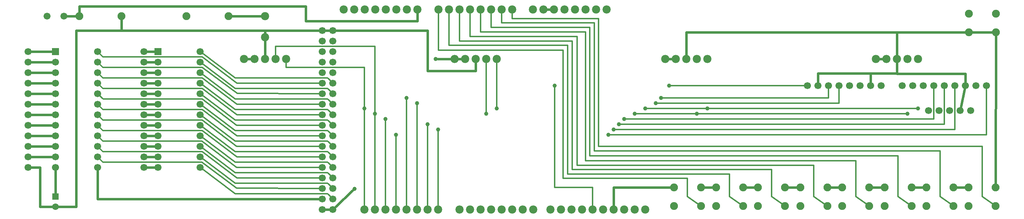
<source format=gtl>
G04 MADE WITH FRITZING*
G04 WWW.FRITZING.ORG*
G04 DOUBLE SIDED*
G04 HOLES PLATED*
G04 CONTOUR ON CENTER OF CONTOUR VECTOR*
%ASAXBY*%
%FSLAX23Y23*%
%MOIN*%
%OFA0B0*%
%SFA1.0B1.0*%
%ADD10C,0.066929*%
%ADD11C,0.039370*%
%ADD12C,0.062992*%
%ADD13C,0.075000*%
%ADD14C,0.066000*%
%ADD15C,0.078000*%
%ADD16R,0.066929X0.066929*%
%ADD17R,0.062992X0.062992*%
%ADD18C,0.012000*%
%ADD19C,0.024000*%
%LNCOPPER1*%
G90*
G70*
G54D10*
X7550Y1275D03*
X7650Y1275D03*
X7750Y1275D03*
X7850Y1275D03*
X7950Y1275D03*
X8050Y1275D03*
X8150Y1275D03*
X8250Y1275D03*
X7550Y1275D03*
X7650Y1275D03*
X7750Y1275D03*
X7850Y1275D03*
X7950Y1275D03*
X8050Y1275D03*
X8150Y1275D03*
X8250Y1275D03*
G54D11*
X6110Y1107D03*
X6160Y1157D03*
X3746Y1157D03*
X3846Y1106D03*
G54D10*
X8701Y1037D03*
X8801Y1037D03*
X8901Y1037D03*
X9001Y1037D03*
X9101Y1037D03*
X8701Y1037D03*
X8801Y1037D03*
X8901Y1037D03*
X9001Y1037D03*
X9101Y1037D03*
G54D11*
X4022Y1527D03*
X3250Y293D03*
G54D10*
X410Y1598D03*
X810Y1598D03*
X410Y1498D03*
X810Y1498D03*
X410Y1398D03*
X810Y1398D03*
X410Y1298D03*
X810Y1298D03*
X410Y1198D03*
X810Y1198D03*
X410Y1098D03*
X810Y1098D03*
X410Y998D03*
X810Y998D03*
X410Y898D03*
X810Y898D03*
X410Y798D03*
X810Y798D03*
X410Y698D03*
X810Y698D03*
X410Y598D03*
X810Y598D03*
X410Y498D03*
X810Y498D03*
X1385Y1598D03*
X1785Y1598D03*
X1385Y1498D03*
X1785Y1498D03*
X1385Y1398D03*
X1785Y1398D03*
X1385Y1298D03*
X1785Y1298D03*
X1385Y1198D03*
X1785Y1198D03*
X1385Y1098D03*
X1785Y1098D03*
X1385Y998D03*
X1785Y998D03*
X1385Y898D03*
X1785Y898D03*
X1385Y798D03*
X1785Y798D03*
X1385Y698D03*
X1785Y698D03*
X1385Y598D03*
X1785Y598D03*
X1385Y498D03*
X1785Y498D03*
G54D12*
X410Y222D03*
X410Y123D03*
G54D13*
X9340Y1782D03*
X9084Y1782D03*
X9340Y1959D03*
X9084Y1959D03*
G54D14*
X332Y1935D03*
X490Y1935D03*
X332Y1935D03*
X490Y1935D03*
X332Y1935D03*
X490Y1935D03*
G54D13*
X637Y1935D03*
X1037Y1935D03*
X637Y1935D03*
X1037Y1935D03*
G54D10*
X8451Y1274D03*
X8551Y1274D03*
X8651Y1274D03*
X8751Y1274D03*
X8851Y1274D03*
X8951Y1274D03*
X9051Y1274D03*
X9151Y1274D03*
X9251Y1274D03*
X8451Y1274D03*
X8551Y1274D03*
X8651Y1274D03*
X8751Y1274D03*
X8851Y1274D03*
X8951Y1274D03*
X9051Y1274D03*
X9151Y1274D03*
X9251Y1274D03*
G54D11*
X5910Y1007D03*
X6010Y1056D03*
X6502Y1006D03*
X6602Y1057D03*
X8602Y1056D03*
X8502Y1006D03*
X4602Y1056D03*
X4502Y1006D03*
X3346Y1056D03*
X3446Y1006D03*
X5760Y906D03*
X5710Y856D03*
X5810Y956D03*
X5661Y807D03*
X3546Y956D03*
X3646Y807D03*
X3946Y906D03*
X4046Y856D03*
G54D10*
X1250Y1598D03*
X1250Y1498D03*
X1250Y1398D03*
X1250Y1298D03*
X1250Y1198D03*
X1250Y1098D03*
X1250Y998D03*
X1250Y898D03*
X1250Y798D03*
X1250Y698D03*
X1250Y598D03*
X1250Y498D03*
X150Y1598D03*
X150Y1498D03*
X150Y1398D03*
X150Y1298D03*
X150Y1198D03*
X150Y1098D03*
X150Y998D03*
X150Y898D03*
X150Y798D03*
X150Y698D03*
X150Y598D03*
X150Y498D03*
G54D15*
X8202Y1528D03*
X8302Y1528D03*
X8402Y1528D03*
X8502Y1528D03*
X8602Y1528D03*
X6202Y1528D03*
X6302Y1528D03*
X6402Y1528D03*
X6502Y1528D03*
X6602Y1528D03*
X4202Y1527D03*
X4302Y1527D03*
X4402Y1527D03*
X4502Y1527D03*
X4602Y1527D03*
X2201Y1528D03*
X2301Y1528D03*
X2401Y1528D03*
X2501Y1528D03*
X2601Y1528D03*
G54D10*
X3045Y98D03*
X3045Y198D03*
X3045Y298D03*
X3045Y398D03*
X3045Y498D03*
X3045Y598D03*
X3045Y698D03*
X3045Y798D03*
X3045Y898D03*
X3045Y998D03*
X3045Y1098D03*
X3045Y1198D03*
X3045Y1298D03*
X3045Y1398D03*
X3045Y1498D03*
X3045Y1598D03*
X3045Y1698D03*
X3045Y1798D03*
X3045Y98D03*
X3045Y198D03*
X3045Y298D03*
X3045Y398D03*
X3045Y498D03*
X3045Y598D03*
X3045Y698D03*
X3045Y798D03*
X3045Y898D03*
X3045Y998D03*
X3045Y1098D03*
X3045Y1198D03*
X3045Y1298D03*
X3045Y1398D03*
X3045Y1498D03*
X3045Y1598D03*
X3045Y1698D03*
X3045Y1798D03*
X2945Y1798D03*
X2945Y1698D03*
X2945Y1598D03*
X2945Y1498D03*
X2945Y1398D03*
X2945Y1298D03*
X2945Y1198D03*
X2945Y1098D03*
X2945Y998D03*
X2945Y898D03*
X2945Y798D03*
X2945Y698D03*
X2945Y598D03*
X2945Y498D03*
X2945Y398D03*
X2945Y298D03*
X2945Y198D03*
X2945Y98D03*
G54D15*
X3848Y1996D03*
X3748Y1996D03*
X3648Y1996D03*
X3548Y1996D03*
X3448Y1996D03*
X3348Y1996D03*
X3248Y1996D03*
X3148Y1996D03*
X4747Y1996D03*
X4647Y1996D03*
X4547Y1996D03*
X4447Y1996D03*
X4347Y1996D03*
X4247Y1996D03*
X4147Y1996D03*
X4047Y1996D03*
X5645Y1996D03*
X5545Y1996D03*
X5445Y1996D03*
X5345Y1996D03*
X5245Y1996D03*
X5145Y1996D03*
X5045Y1996D03*
X4945Y1996D03*
X4046Y96D03*
X3946Y96D03*
X3846Y96D03*
X3746Y96D03*
X3646Y96D03*
X3546Y96D03*
X3446Y96D03*
X3346Y96D03*
X4949Y96D03*
X4849Y96D03*
X4749Y96D03*
X4649Y96D03*
X4549Y96D03*
X4449Y96D03*
X4349Y96D03*
X4249Y96D03*
X6010Y96D03*
X5910Y96D03*
X5810Y96D03*
X5710Y96D03*
X5610Y96D03*
X5510Y96D03*
X5410Y96D03*
X5310Y96D03*
X5210Y96D03*
X5110Y96D03*
G54D13*
X6540Y131D03*
X6284Y131D03*
X6540Y309D03*
X6284Y309D03*
X6940Y131D03*
X6684Y131D03*
X6940Y309D03*
X6684Y309D03*
X7339Y131D03*
X7083Y131D03*
X7339Y309D03*
X7083Y309D03*
X7740Y132D03*
X7484Y132D03*
X7740Y309D03*
X7484Y309D03*
X8139Y132D03*
X7883Y132D03*
X8139Y309D03*
X7883Y309D03*
X8540Y132D03*
X8284Y132D03*
X8540Y309D03*
X8284Y309D03*
X8939Y132D03*
X8683Y132D03*
X8939Y309D03*
X8683Y309D03*
X9339Y132D03*
X9083Y132D03*
X9339Y309D03*
X9083Y309D03*
G54D15*
X2401Y1734D03*
X2401Y1934D03*
X2401Y1734D03*
X2401Y1934D03*
G54D13*
X2056Y1933D03*
X1656Y1933D03*
X2056Y1933D03*
X1656Y1933D03*
G54D11*
X5152Y1275D03*
X6237Y1273D03*
G54D16*
X410Y1598D03*
X1385Y1598D03*
G54D17*
X410Y222D03*
G54D18*
X3746Y1143D02*
X3746Y120D01*
D02*
X3846Y120D02*
X3846Y1093D01*
D02*
X7850Y1107D02*
X6124Y1107D01*
D02*
X7850Y1250D02*
X7850Y1107D01*
D02*
X7750Y1157D02*
X6173Y1157D01*
D02*
X7750Y1250D02*
X7750Y1157D01*
G54D19*
D02*
X8150Y1391D02*
X7650Y1391D01*
D02*
X7650Y1391D02*
X7650Y1306D01*
D02*
X8150Y1306D02*
X8150Y1391D01*
D02*
X8150Y1390D02*
X8150Y1306D01*
D02*
X8402Y1390D02*
X8150Y1390D01*
D02*
X8402Y1498D02*
X8402Y1390D01*
D02*
X4172Y1527D02*
X4041Y1527D01*
D02*
X9045Y1244D02*
X9007Y1067D01*
D02*
X3236Y280D02*
X3067Y120D01*
G54D18*
D02*
X4747Y1912D02*
X4747Y1971D01*
D02*
X4647Y1871D02*
X4647Y1971D01*
D02*
X4547Y1829D02*
X4547Y1971D01*
D02*
X4447Y1785D02*
X4447Y1971D01*
D02*
X4347Y1740D02*
X4347Y1971D01*
D02*
X4247Y1698D02*
X4247Y1971D01*
D02*
X4147Y1657D02*
X4147Y1971D01*
D02*
X4047Y1610D02*
X4047Y1971D01*
D02*
X5231Y1610D02*
X4047Y1610D01*
D02*
X5275Y1657D02*
X4147Y1657D01*
D02*
X5569Y696D02*
X5569Y1912D01*
D02*
X5528Y654D02*
X5528Y1871D01*
D02*
X5486Y607D02*
X5486Y1829D01*
D02*
X5444Y562D02*
X5444Y1785D01*
D02*
X5364Y1740D02*
X4347Y1740D01*
D02*
X5319Y1698D02*
X4247Y1698D01*
G54D19*
D02*
X5710Y309D02*
X5710Y126D01*
D02*
X6255Y309D02*
X5710Y309D01*
G54D18*
D02*
X6411Y393D02*
X5231Y393D01*
D02*
X5319Y476D02*
X5319Y1698D01*
D02*
X7212Y476D02*
X5319Y476D01*
D02*
X7212Y221D02*
X7212Y476D01*
D02*
X5364Y518D02*
X5364Y1740D01*
D02*
X7612Y518D02*
X5364Y518D01*
D02*
X7612Y221D02*
X7612Y518D01*
D02*
X5275Y435D02*
X5275Y1657D01*
D02*
X6811Y435D02*
X5275Y435D01*
D02*
X6811Y220D02*
X6811Y435D01*
D02*
X5231Y393D02*
X5231Y1610D01*
D02*
X6411Y222D02*
X6411Y393D01*
D02*
X5444Y1785D02*
X4447Y1785D01*
D02*
X8011Y562D02*
X5444Y562D01*
D02*
X8011Y222D02*
X8011Y562D01*
D02*
X5486Y1829D02*
X4547Y1829D01*
D02*
X8412Y607D02*
X5486Y607D01*
D02*
X8412Y221D02*
X8412Y607D01*
D02*
X5528Y1871D02*
X4647Y1871D01*
D02*
X8811Y654D02*
X5528Y654D01*
D02*
X8811Y221D02*
X8811Y654D01*
D02*
X5569Y1912D02*
X4747Y1912D01*
D02*
X9211Y220D02*
X9211Y696D01*
D02*
X9211Y696D02*
X5569Y696D01*
D02*
X6521Y145D02*
X6411Y222D01*
D02*
X6921Y144D02*
X6811Y220D01*
D02*
X7320Y145D02*
X7212Y221D01*
D02*
X7721Y145D02*
X7612Y221D01*
D02*
X8120Y145D02*
X8011Y222D01*
D02*
X8521Y145D02*
X8412Y221D01*
D02*
X8920Y145D02*
X8811Y221D01*
D02*
X9320Y145D02*
X9211Y220D01*
G54D19*
D02*
X8271Y1528D02*
X8232Y1528D01*
D02*
X6272Y1528D02*
X6232Y1528D01*
D02*
X4272Y1527D02*
X4232Y1527D01*
D02*
X2271Y1528D02*
X2231Y1528D01*
D02*
X609Y123D02*
X437Y123D01*
D02*
X609Y1798D02*
X609Y123D01*
D02*
X2976Y1798D02*
X3014Y1798D01*
D02*
X2914Y1798D02*
X609Y1798D01*
D02*
X181Y898D02*
X379Y898D01*
D02*
X379Y998D02*
X181Y998D01*
D02*
X181Y1098D02*
X379Y1098D01*
D02*
X379Y1198D02*
X181Y1198D01*
D02*
X181Y1298D02*
X379Y1298D01*
D02*
X379Y1398D02*
X181Y1398D01*
D02*
X181Y1498D02*
X379Y1498D01*
D02*
X379Y1598D02*
X181Y1598D01*
D02*
X1354Y998D02*
X1281Y998D01*
D02*
X1281Y1098D02*
X1354Y1098D01*
D02*
X1354Y1198D02*
X1281Y1198D01*
D02*
X1281Y1298D02*
X1354Y1298D01*
D02*
X1354Y1398D02*
X1281Y1398D01*
D02*
X1281Y1498D02*
X1354Y1498D01*
D02*
X1354Y1598D02*
X1281Y1598D01*
D02*
X379Y598D02*
X181Y598D01*
D02*
X181Y698D02*
X379Y698D01*
D02*
X379Y798D02*
X181Y798D01*
D02*
X410Y467D02*
X410Y249D01*
D02*
X1281Y498D02*
X1354Y498D01*
D02*
X1354Y598D02*
X1281Y598D01*
D02*
X1281Y698D02*
X1354Y698D01*
D02*
X1354Y798D02*
X1281Y798D01*
D02*
X1281Y898D02*
X1354Y898D01*
G54D18*
D02*
X2117Y1048D02*
X1805Y1283D01*
D02*
X2117Y948D02*
X1805Y1183D01*
D02*
X2117Y848D02*
X1805Y1083D01*
D02*
X2117Y748D02*
X1805Y983D01*
D02*
X2117Y648D02*
X1805Y883D01*
D02*
X2117Y548D02*
X1805Y783D01*
D02*
X2117Y448D02*
X1805Y683D01*
D02*
X2117Y348D02*
X1805Y583D01*
D02*
X2117Y249D02*
X1805Y483D01*
D02*
X2995Y248D02*
X2117Y249D01*
D02*
X2995Y348D02*
X2117Y348D01*
D02*
X2995Y448D02*
X2117Y448D01*
D02*
X2995Y548D02*
X2117Y548D01*
D02*
X2995Y648D02*
X2117Y648D01*
D02*
X2995Y748D02*
X2117Y748D01*
D02*
X2995Y848D02*
X2117Y848D01*
D02*
X2996Y948D02*
X2117Y948D01*
D02*
X2995Y1048D02*
X2117Y1048D01*
D02*
X3027Y1016D02*
X2995Y1048D01*
D02*
X3027Y916D02*
X2996Y948D01*
D02*
X3027Y816D02*
X2995Y848D01*
D02*
X3027Y716D02*
X2995Y748D01*
D02*
X3027Y616D02*
X2995Y648D01*
D02*
X3027Y516D02*
X2995Y548D01*
D02*
X3027Y416D02*
X2995Y448D01*
D02*
X3027Y316D02*
X2995Y348D01*
D02*
X3027Y216D02*
X2995Y248D01*
G54D19*
D02*
X264Y498D02*
X181Y498D01*
D02*
X264Y123D02*
X264Y498D01*
D02*
X383Y123D02*
X264Y123D01*
G54D18*
D02*
X2136Y798D02*
X1804Y1048D01*
D02*
X2130Y699D02*
X2920Y698D01*
D02*
X2136Y599D02*
X2920Y598D01*
D02*
X2133Y499D02*
X1802Y748D01*
D02*
X2134Y398D02*
X2920Y398D01*
D02*
X2130Y300D02*
X1802Y548D01*
D02*
X1804Y948D02*
X2130Y699D01*
D02*
X1804Y1048D02*
X862Y1048D01*
D02*
X1804Y848D02*
X2136Y599D01*
D02*
X1802Y748D02*
X862Y748D01*
D02*
X1805Y648D02*
X2134Y398D01*
D02*
X1802Y548D02*
X863Y548D01*
D02*
X863Y548D02*
X828Y581D01*
D02*
X863Y649D02*
X1805Y648D01*
D02*
X863Y748D02*
X828Y781D01*
D02*
X863Y848D02*
X1804Y848D01*
D02*
X863Y948D02*
X1804Y948D01*
D02*
X863Y1048D02*
X828Y1081D01*
D02*
X2920Y798D02*
X2136Y798D01*
D02*
X828Y981D02*
X863Y948D01*
D02*
X828Y881D02*
X863Y848D01*
D02*
X2920Y498D02*
X2133Y499D01*
D02*
X829Y681D02*
X863Y649D01*
D02*
X2920Y298D02*
X2130Y300D01*
G54D19*
D02*
X810Y198D02*
X2914Y198D01*
D02*
X810Y467D02*
X810Y198D01*
G54D18*
D02*
X2117Y1349D02*
X1805Y1583D01*
D02*
X2117Y1248D02*
X1805Y1483D01*
D02*
X2117Y1148D02*
X1805Y1383D01*
D02*
X2996Y1148D02*
X2117Y1148D01*
D02*
X2995Y1248D02*
X2117Y1248D01*
D02*
X2996Y1348D02*
X2117Y1349D01*
D02*
X3027Y1316D02*
X2996Y1348D01*
D02*
X3027Y1216D02*
X2995Y1248D01*
D02*
X3027Y1116D02*
X2996Y1148D01*
G54D19*
D02*
X9340Y1753D02*
X9339Y338D01*
D02*
X2976Y98D02*
X3014Y98D01*
G54D18*
D02*
X2135Y1299D02*
X2920Y1298D01*
D02*
X2137Y1200D02*
X1804Y1448D01*
D02*
X2135Y1098D02*
X2920Y1098D01*
D02*
X2135Y998D02*
X1804Y1248D01*
D02*
X2132Y899D02*
X2920Y898D01*
D02*
X1805Y1148D02*
X2132Y899D01*
D02*
X1804Y1248D02*
X862Y1248D01*
D02*
X1806Y1348D02*
X2135Y1098D01*
D02*
X1804Y1448D02*
X863Y1449D01*
D02*
X1804Y1548D02*
X2135Y1299D01*
D02*
X864Y1148D02*
X1805Y1148D01*
D02*
X863Y1248D02*
X828Y1281D01*
D02*
X863Y1348D02*
X1806Y1348D01*
D02*
X863Y1449D02*
X829Y1481D01*
D02*
X862Y1548D02*
X1804Y1548D01*
D02*
X828Y1581D02*
X862Y1548D01*
D02*
X2920Y1198D02*
X2137Y1200D01*
D02*
X828Y1381D02*
X863Y1348D01*
D02*
X2920Y998D02*
X2135Y998D01*
D02*
X829Y1181D02*
X864Y1148D01*
G54D19*
D02*
X9311Y1782D02*
X9112Y1782D01*
D02*
X8402Y1782D02*
X8402Y1558D01*
D02*
X6402Y1782D02*
X6402Y1558D01*
D02*
X9055Y1782D02*
X6402Y1782D01*
D02*
X9055Y1782D02*
X8402Y1782D01*
D02*
X1037Y1798D02*
X1037Y1906D01*
D02*
X2914Y1798D02*
X1037Y1798D01*
D02*
X608Y1935D02*
X517Y1935D01*
D02*
X3944Y1415D02*
X3944Y1798D01*
D02*
X3944Y1798D02*
X3076Y1798D01*
D02*
X4402Y1415D02*
X3944Y1415D01*
D02*
X4402Y1497D02*
X4402Y1415D01*
D02*
X2401Y1798D02*
X2401Y1558D01*
D02*
X2914Y1798D02*
X2401Y1798D01*
D02*
X2085Y1933D02*
X2371Y1934D01*
D02*
X2401Y1558D02*
X2401Y1704D01*
D02*
X2789Y1887D02*
X2789Y2028D01*
D02*
X2789Y2028D02*
X637Y2028D01*
D02*
X3848Y1887D02*
X2789Y1887D01*
D02*
X637Y2028D02*
X637Y1964D01*
D02*
X3848Y1966D02*
X3848Y1887D01*
G54D18*
D02*
X6515Y1006D02*
X8489Y1006D01*
D02*
X6616Y1057D02*
X8588Y1056D01*
D02*
X5923Y1007D02*
X6488Y1006D01*
D02*
X6589Y1057D02*
X6023Y1056D01*
D02*
X3346Y1449D02*
X2601Y1449D01*
G54D19*
D02*
X5115Y1996D02*
X5075Y1996D01*
G54D18*
D02*
X2601Y1449D02*
X2601Y1504D01*
D02*
X3346Y1070D02*
X3346Y1449D01*
D02*
X2501Y1648D02*
X2501Y1553D01*
D02*
X3446Y1648D02*
X2501Y1648D01*
D02*
X3446Y1020D02*
X3446Y1648D01*
D02*
X4046Y843D02*
X4046Y120D01*
D02*
X3946Y893D02*
X3946Y120D01*
D02*
X8951Y856D02*
X5723Y856D01*
D02*
X8851Y906D02*
X5773Y906D01*
D02*
X8851Y1249D02*
X8851Y906D01*
D02*
X8951Y1249D02*
X8951Y856D01*
G54D19*
D02*
X9051Y1389D02*
X8402Y1389D01*
D02*
X8402Y1389D02*
X8402Y1498D01*
D02*
X9051Y1305D02*
X9051Y1389D01*
G54D18*
D02*
X3446Y993D02*
X3446Y120D01*
D02*
X3346Y1043D02*
X3346Y120D01*
D02*
X3646Y794D02*
X3646Y120D01*
D02*
X9251Y807D02*
X5674Y807D01*
D02*
X9251Y1249D02*
X9251Y807D01*
D02*
X3546Y943D02*
X3546Y120D01*
D02*
X8751Y956D02*
X5823Y956D01*
D02*
X8751Y1249D02*
X8751Y956D01*
D02*
X4602Y1070D02*
X4602Y1503D01*
D02*
X4502Y1020D02*
X4502Y1503D01*
G54D19*
D02*
X6655Y309D02*
X6568Y309D01*
D02*
X7055Y309D02*
X6968Y309D01*
D02*
X7455Y309D02*
X7368Y309D01*
D02*
X7855Y309D02*
X7768Y309D01*
D02*
X8255Y309D02*
X8168Y309D01*
D02*
X8655Y309D02*
X8568Y309D01*
D02*
X9055Y309D02*
X8968Y309D01*
G54D18*
D02*
X5152Y306D02*
X5510Y306D01*
D02*
X7525Y1275D02*
X6250Y1273D01*
D02*
X5510Y306D02*
X5510Y120D01*
D02*
X5152Y1262D02*
X5152Y306D01*
G04 End of Copper1*
M02*
</source>
